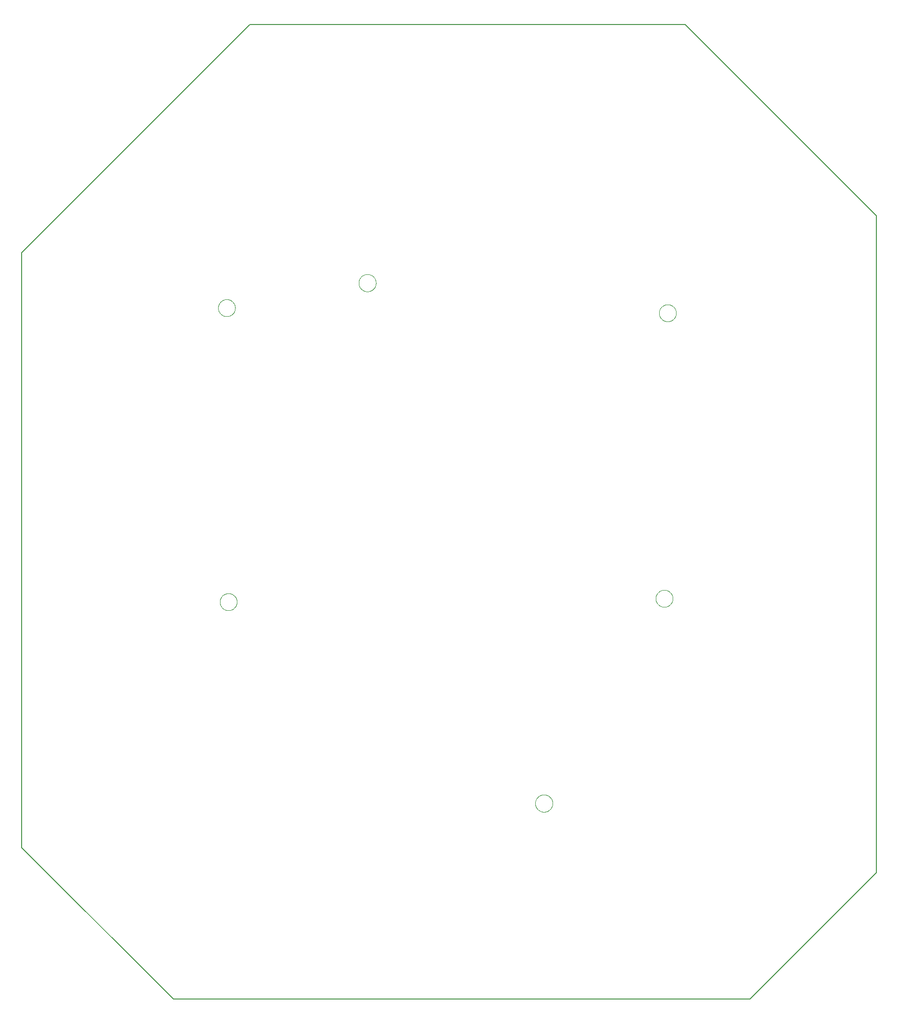
<source format=gko>
G04 EAGLE Gerber RS-274X export*
G75*
%MOMM*%
%FSLAX34Y34*%
%LPD*%
%INBoard Outline*%
%IPPOS*%
%AMOC8*
5,1,8,0,0,1.08239X$1,22.5*%
G01*
%ADD10C,0.000000*%
%ADD11C,0.152400*%


D10*
X1325000Y1487000D02*
X1325005Y1487368D01*
X1325018Y1487736D01*
X1325041Y1488103D01*
X1325072Y1488470D01*
X1325113Y1488836D01*
X1325162Y1489201D01*
X1325221Y1489564D01*
X1325288Y1489926D01*
X1325364Y1490287D01*
X1325450Y1490645D01*
X1325543Y1491001D01*
X1325646Y1491354D01*
X1325757Y1491705D01*
X1325877Y1492053D01*
X1326005Y1492398D01*
X1326142Y1492740D01*
X1326287Y1493079D01*
X1326440Y1493413D01*
X1326602Y1493744D01*
X1326771Y1494071D01*
X1326949Y1494393D01*
X1327134Y1494712D01*
X1327327Y1495025D01*
X1327528Y1495334D01*
X1327736Y1495637D01*
X1327952Y1495935D01*
X1328175Y1496228D01*
X1328405Y1496516D01*
X1328642Y1496798D01*
X1328886Y1497073D01*
X1329136Y1497343D01*
X1329393Y1497607D01*
X1329657Y1497864D01*
X1329927Y1498114D01*
X1330202Y1498358D01*
X1330484Y1498595D01*
X1330772Y1498825D01*
X1331065Y1499048D01*
X1331363Y1499264D01*
X1331666Y1499472D01*
X1331975Y1499673D01*
X1332288Y1499866D01*
X1332607Y1500051D01*
X1332929Y1500229D01*
X1333256Y1500398D01*
X1333587Y1500560D01*
X1333921Y1500713D01*
X1334260Y1500858D01*
X1334602Y1500995D01*
X1334947Y1501123D01*
X1335295Y1501243D01*
X1335646Y1501354D01*
X1335999Y1501457D01*
X1336355Y1501550D01*
X1336713Y1501636D01*
X1337074Y1501712D01*
X1337436Y1501779D01*
X1337799Y1501838D01*
X1338164Y1501887D01*
X1338530Y1501928D01*
X1338897Y1501959D01*
X1339264Y1501982D01*
X1339632Y1501995D01*
X1340000Y1502000D01*
X1340368Y1501995D01*
X1340736Y1501982D01*
X1341103Y1501959D01*
X1341470Y1501928D01*
X1341836Y1501887D01*
X1342201Y1501838D01*
X1342564Y1501779D01*
X1342926Y1501712D01*
X1343287Y1501636D01*
X1343645Y1501550D01*
X1344001Y1501457D01*
X1344354Y1501354D01*
X1344705Y1501243D01*
X1345053Y1501123D01*
X1345398Y1500995D01*
X1345740Y1500858D01*
X1346079Y1500713D01*
X1346413Y1500560D01*
X1346744Y1500398D01*
X1347071Y1500229D01*
X1347393Y1500051D01*
X1347712Y1499866D01*
X1348025Y1499673D01*
X1348334Y1499472D01*
X1348637Y1499264D01*
X1348935Y1499048D01*
X1349228Y1498825D01*
X1349516Y1498595D01*
X1349798Y1498358D01*
X1350073Y1498114D01*
X1350343Y1497864D01*
X1350607Y1497607D01*
X1350864Y1497343D01*
X1351114Y1497073D01*
X1351358Y1496798D01*
X1351595Y1496516D01*
X1351825Y1496228D01*
X1352048Y1495935D01*
X1352264Y1495637D01*
X1352472Y1495334D01*
X1352673Y1495025D01*
X1352866Y1494712D01*
X1353051Y1494393D01*
X1353229Y1494071D01*
X1353398Y1493744D01*
X1353560Y1493413D01*
X1353713Y1493079D01*
X1353858Y1492740D01*
X1353995Y1492398D01*
X1354123Y1492053D01*
X1354243Y1491705D01*
X1354354Y1491354D01*
X1354457Y1491001D01*
X1354550Y1490645D01*
X1354636Y1490287D01*
X1354712Y1489926D01*
X1354779Y1489564D01*
X1354838Y1489201D01*
X1354887Y1488836D01*
X1354928Y1488470D01*
X1354959Y1488103D01*
X1354982Y1487736D01*
X1354995Y1487368D01*
X1355000Y1487000D01*
X1354995Y1486632D01*
X1354982Y1486264D01*
X1354959Y1485897D01*
X1354928Y1485530D01*
X1354887Y1485164D01*
X1354838Y1484799D01*
X1354779Y1484436D01*
X1354712Y1484074D01*
X1354636Y1483713D01*
X1354550Y1483355D01*
X1354457Y1482999D01*
X1354354Y1482646D01*
X1354243Y1482295D01*
X1354123Y1481947D01*
X1353995Y1481602D01*
X1353858Y1481260D01*
X1353713Y1480921D01*
X1353560Y1480587D01*
X1353398Y1480256D01*
X1353229Y1479929D01*
X1353051Y1479607D01*
X1352866Y1479288D01*
X1352673Y1478975D01*
X1352472Y1478666D01*
X1352264Y1478363D01*
X1352048Y1478065D01*
X1351825Y1477772D01*
X1351595Y1477484D01*
X1351358Y1477202D01*
X1351114Y1476927D01*
X1350864Y1476657D01*
X1350607Y1476393D01*
X1350343Y1476136D01*
X1350073Y1475886D01*
X1349798Y1475642D01*
X1349516Y1475405D01*
X1349228Y1475175D01*
X1348935Y1474952D01*
X1348637Y1474736D01*
X1348334Y1474528D01*
X1348025Y1474327D01*
X1347712Y1474134D01*
X1347393Y1473949D01*
X1347071Y1473771D01*
X1346744Y1473602D01*
X1346413Y1473440D01*
X1346079Y1473287D01*
X1345740Y1473142D01*
X1345398Y1473005D01*
X1345053Y1472877D01*
X1344705Y1472757D01*
X1344354Y1472646D01*
X1344001Y1472543D01*
X1343645Y1472450D01*
X1343287Y1472364D01*
X1342926Y1472288D01*
X1342564Y1472221D01*
X1342201Y1472162D01*
X1341836Y1472113D01*
X1341470Y1472072D01*
X1341103Y1472041D01*
X1340736Y1472018D01*
X1340368Y1472005D01*
X1340000Y1472000D01*
X1339632Y1472005D01*
X1339264Y1472018D01*
X1338897Y1472041D01*
X1338530Y1472072D01*
X1338164Y1472113D01*
X1337799Y1472162D01*
X1337436Y1472221D01*
X1337074Y1472288D01*
X1336713Y1472364D01*
X1336355Y1472450D01*
X1335999Y1472543D01*
X1335646Y1472646D01*
X1335295Y1472757D01*
X1334947Y1472877D01*
X1334602Y1473005D01*
X1334260Y1473142D01*
X1333921Y1473287D01*
X1333587Y1473440D01*
X1333256Y1473602D01*
X1332929Y1473771D01*
X1332607Y1473949D01*
X1332288Y1474134D01*
X1331975Y1474327D01*
X1331666Y1474528D01*
X1331363Y1474736D01*
X1331065Y1474952D01*
X1330772Y1475175D01*
X1330484Y1475405D01*
X1330202Y1475642D01*
X1329927Y1475886D01*
X1329657Y1476136D01*
X1329393Y1476393D01*
X1329136Y1476657D01*
X1328886Y1476927D01*
X1328642Y1477202D01*
X1328405Y1477484D01*
X1328175Y1477772D01*
X1327952Y1478065D01*
X1327736Y1478363D01*
X1327528Y1478666D01*
X1327327Y1478975D01*
X1327134Y1479288D01*
X1326949Y1479607D01*
X1326771Y1479929D01*
X1326602Y1480256D01*
X1326440Y1480587D01*
X1326287Y1480921D01*
X1326142Y1481260D01*
X1326005Y1481602D01*
X1325877Y1481947D01*
X1325757Y1482295D01*
X1325646Y1482646D01*
X1325543Y1482999D01*
X1325450Y1483355D01*
X1325364Y1483713D01*
X1325288Y1484074D01*
X1325221Y1484436D01*
X1325162Y1484799D01*
X1325113Y1485164D01*
X1325072Y1485530D01*
X1325041Y1485897D01*
X1325018Y1486264D01*
X1325005Y1486632D01*
X1325000Y1487000D01*
X1328000Y969000D02*
X1328005Y969368D01*
X1328018Y969736D01*
X1328041Y970103D01*
X1328072Y970470D01*
X1328113Y970836D01*
X1328162Y971201D01*
X1328221Y971564D01*
X1328288Y971926D01*
X1328364Y972287D01*
X1328450Y972645D01*
X1328543Y973001D01*
X1328646Y973354D01*
X1328757Y973705D01*
X1328877Y974053D01*
X1329005Y974398D01*
X1329142Y974740D01*
X1329287Y975079D01*
X1329440Y975413D01*
X1329602Y975744D01*
X1329771Y976071D01*
X1329949Y976393D01*
X1330134Y976712D01*
X1330327Y977025D01*
X1330528Y977334D01*
X1330736Y977637D01*
X1330952Y977935D01*
X1331175Y978228D01*
X1331405Y978516D01*
X1331642Y978798D01*
X1331886Y979073D01*
X1332136Y979343D01*
X1332393Y979607D01*
X1332657Y979864D01*
X1332927Y980114D01*
X1333202Y980358D01*
X1333484Y980595D01*
X1333772Y980825D01*
X1334065Y981048D01*
X1334363Y981264D01*
X1334666Y981472D01*
X1334975Y981673D01*
X1335288Y981866D01*
X1335607Y982051D01*
X1335929Y982229D01*
X1336256Y982398D01*
X1336587Y982560D01*
X1336921Y982713D01*
X1337260Y982858D01*
X1337602Y982995D01*
X1337947Y983123D01*
X1338295Y983243D01*
X1338646Y983354D01*
X1338999Y983457D01*
X1339355Y983550D01*
X1339713Y983636D01*
X1340074Y983712D01*
X1340436Y983779D01*
X1340799Y983838D01*
X1341164Y983887D01*
X1341530Y983928D01*
X1341897Y983959D01*
X1342264Y983982D01*
X1342632Y983995D01*
X1343000Y984000D01*
X1343368Y983995D01*
X1343736Y983982D01*
X1344103Y983959D01*
X1344470Y983928D01*
X1344836Y983887D01*
X1345201Y983838D01*
X1345564Y983779D01*
X1345926Y983712D01*
X1346287Y983636D01*
X1346645Y983550D01*
X1347001Y983457D01*
X1347354Y983354D01*
X1347705Y983243D01*
X1348053Y983123D01*
X1348398Y982995D01*
X1348740Y982858D01*
X1349079Y982713D01*
X1349413Y982560D01*
X1349744Y982398D01*
X1350071Y982229D01*
X1350393Y982051D01*
X1350712Y981866D01*
X1351025Y981673D01*
X1351334Y981472D01*
X1351637Y981264D01*
X1351935Y981048D01*
X1352228Y980825D01*
X1352516Y980595D01*
X1352798Y980358D01*
X1353073Y980114D01*
X1353343Y979864D01*
X1353607Y979607D01*
X1353864Y979343D01*
X1354114Y979073D01*
X1354358Y978798D01*
X1354595Y978516D01*
X1354825Y978228D01*
X1355048Y977935D01*
X1355264Y977637D01*
X1355472Y977334D01*
X1355673Y977025D01*
X1355866Y976712D01*
X1356051Y976393D01*
X1356229Y976071D01*
X1356398Y975744D01*
X1356560Y975413D01*
X1356713Y975079D01*
X1356858Y974740D01*
X1356995Y974398D01*
X1357123Y974053D01*
X1357243Y973705D01*
X1357354Y973354D01*
X1357457Y973001D01*
X1357550Y972645D01*
X1357636Y972287D01*
X1357712Y971926D01*
X1357779Y971564D01*
X1357838Y971201D01*
X1357887Y970836D01*
X1357928Y970470D01*
X1357959Y970103D01*
X1357982Y969736D01*
X1357995Y969368D01*
X1358000Y969000D01*
X1357995Y968632D01*
X1357982Y968264D01*
X1357959Y967897D01*
X1357928Y967530D01*
X1357887Y967164D01*
X1357838Y966799D01*
X1357779Y966436D01*
X1357712Y966074D01*
X1357636Y965713D01*
X1357550Y965355D01*
X1357457Y964999D01*
X1357354Y964646D01*
X1357243Y964295D01*
X1357123Y963947D01*
X1356995Y963602D01*
X1356858Y963260D01*
X1356713Y962921D01*
X1356560Y962587D01*
X1356398Y962256D01*
X1356229Y961929D01*
X1356051Y961607D01*
X1355866Y961288D01*
X1355673Y960975D01*
X1355472Y960666D01*
X1355264Y960363D01*
X1355048Y960065D01*
X1354825Y959772D01*
X1354595Y959484D01*
X1354358Y959202D01*
X1354114Y958927D01*
X1353864Y958657D01*
X1353607Y958393D01*
X1353343Y958136D01*
X1353073Y957886D01*
X1352798Y957642D01*
X1352516Y957405D01*
X1352228Y957175D01*
X1351935Y956952D01*
X1351637Y956736D01*
X1351334Y956528D01*
X1351025Y956327D01*
X1350712Y956134D01*
X1350393Y955949D01*
X1350071Y955771D01*
X1349744Y955602D01*
X1349413Y955440D01*
X1349079Y955287D01*
X1348740Y955142D01*
X1348398Y955005D01*
X1348053Y954877D01*
X1347705Y954757D01*
X1347354Y954646D01*
X1347001Y954543D01*
X1346645Y954450D01*
X1346287Y954364D01*
X1345926Y954288D01*
X1345564Y954221D01*
X1345201Y954162D01*
X1344836Y954113D01*
X1344470Y954072D01*
X1344103Y954041D01*
X1343736Y954018D01*
X1343368Y954005D01*
X1343000Y954000D01*
X1342632Y954005D01*
X1342264Y954018D01*
X1341897Y954041D01*
X1341530Y954072D01*
X1341164Y954113D01*
X1340799Y954162D01*
X1340436Y954221D01*
X1340074Y954288D01*
X1339713Y954364D01*
X1339355Y954450D01*
X1338999Y954543D01*
X1338646Y954646D01*
X1338295Y954757D01*
X1337947Y954877D01*
X1337602Y955005D01*
X1337260Y955142D01*
X1336921Y955287D01*
X1336587Y955440D01*
X1336256Y955602D01*
X1335929Y955771D01*
X1335607Y955949D01*
X1335288Y956134D01*
X1334975Y956327D01*
X1334666Y956528D01*
X1334363Y956736D01*
X1334065Y956952D01*
X1333772Y957175D01*
X1333484Y957405D01*
X1333202Y957642D01*
X1332927Y957886D01*
X1332657Y958136D01*
X1332393Y958393D01*
X1332136Y958657D01*
X1331886Y958927D01*
X1331642Y959202D01*
X1331405Y959484D01*
X1331175Y959772D01*
X1330952Y960065D01*
X1330736Y960363D01*
X1330528Y960666D01*
X1330327Y960975D01*
X1330134Y961288D01*
X1329949Y961607D01*
X1329771Y961929D01*
X1329602Y962256D01*
X1329440Y962587D01*
X1329287Y962921D01*
X1329142Y963260D01*
X1329005Y963602D01*
X1328877Y963947D01*
X1328757Y964295D01*
X1328646Y964646D01*
X1328543Y964999D01*
X1328450Y965355D01*
X1328364Y965713D01*
X1328288Y966074D01*
X1328221Y966436D01*
X1328162Y966799D01*
X1328113Y967164D01*
X1328072Y967530D01*
X1328041Y967897D01*
X1328018Y968264D01*
X1328005Y968632D01*
X1328000Y969000D01*
X2096000Y975000D02*
X2096005Y975368D01*
X2096018Y975736D01*
X2096041Y976103D01*
X2096072Y976470D01*
X2096113Y976836D01*
X2096162Y977201D01*
X2096221Y977564D01*
X2096288Y977926D01*
X2096364Y978287D01*
X2096450Y978645D01*
X2096543Y979001D01*
X2096646Y979354D01*
X2096757Y979705D01*
X2096877Y980053D01*
X2097005Y980398D01*
X2097142Y980740D01*
X2097287Y981079D01*
X2097440Y981413D01*
X2097602Y981744D01*
X2097771Y982071D01*
X2097949Y982393D01*
X2098134Y982712D01*
X2098327Y983025D01*
X2098528Y983334D01*
X2098736Y983637D01*
X2098952Y983935D01*
X2099175Y984228D01*
X2099405Y984516D01*
X2099642Y984798D01*
X2099886Y985073D01*
X2100136Y985343D01*
X2100393Y985607D01*
X2100657Y985864D01*
X2100927Y986114D01*
X2101202Y986358D01*
X2101484Y986595D01*
X2101772Y986825D01*
X2102065Y987048D01*
X2102363Y987264D01*
X2102666Y987472D01*
X2102975Y987673D01*
X2103288Y987866D01*
X2103607Y988051D01*
X2103929Y988229D01*
X2104256Y988398D01*
X2104587Y988560D01*
X2104921Y988713D01*
X2105260Y988858D01*
X2105602Y988995D01*
X2105947Y989123D01*
X2106295Y989243D01*
X2106646Y989354D01*
X2106999Y989457D01*
X2107355Y989550D01*
X2107713Y989636D01*
X2108074Y989712D01*
X2108436Y989779D01*
X2108799Y989838D01*
X2109164Y989887D01*
X2109530Y989928D01*
X2109897Y989959D01*
X2110264Y989982D01*
X2110632Y989995D01*
X2111000Y990000D01*
X2111368Y989995D01*
X2111736Y989982D01*
X2112103Y989959D01*
X2112470Y989928D01*
X2112836Y989887D01*
X2113201Y989838D01*
X2113564Y989779D01*
X2113926Y989712D01*
X2114287Y989636D01*
X2114645Y989550D01*
X2115001Y989457D01*
X2115354Y989354D01*
X2115705Y989243D01*
X2116053Y989123D01*
X2116398Y988995D01*
X2116740Y988858D01*
X2117079Y988713D01*
X2117413Y988560D01*
X2117744Y988398D01*
X2118071Y988229D01*
X2118393Y988051D01*
X2118712Y987866D01*
X2119025Y987673D01*
X2119334Y987472D01*
X2119637Y987264D01*
X2119935Y987048D01*
X2120228Y986825D01*
X2120516Y986595D01*
X2120798Y986358D01*
X2121073Y986114D01*
X2121343Y985864D01*
X2121607Y985607D01*
X2121864Y985343D01*
X2122114Y985073D01*
X2122358Y984798D01*
X2122595Y984516D01*
X2122825Y984228D01*
X2123048Y983935D01*
X2123264Y983637D01*
X2123472Y983334D01*
X2123673Y983025D01*
X2123866Y982712D01*
X2124051Y982393D01*
X2124229Y982071D01*
X2124398Y981744D01*
X2124560Y981413D01*
X2124713Y981079D01*
X2124858Y980740D01*
X2124995Y980398D01*
X2125123Y980053D01*
X2125243Y979705D01*
X2125354Y979354D01*
X2125457Y979001D01*
X2125550Y978645D01*
X2125636Y978287D01*
X2125712Y977926D01*
X2125779Y977564D01*
X2125838Y977201D01*
X2125887Y976836D01*
X2125928Y976470D01*
X2125959Y976103D01*
X2125982Y975736D01*
X2125995Y975368D01*
X2126000Y975000D01*
X2125995Y974632D01*
X2125982Y974264D01*
X2125959Y973897D01*
X2125928Y973530D01*
X2125887Y973164D01*
X2125838Y972799D01*
X2125779Y972436D01*
X2125712Y972074D01*
X2125636Y971713D01*
X2125550Y971355D01*
X2125457Y970999D01*
X2125354Y970646D01*
X2125243Y970295D01*
X2125123Y969947D01*
X2124995Y969602D01*
X2124858Y969260D01*
X2124713Y968921D01*
X2124560Y968587D01*
X2124398Y968256D01*
X2124229Y967929D01*
X2124051Y967607D01*
X2123866Y967288D01*
X2123673Y966975D01*
X2123472Y966666D01*
X2123264Y966363D01*
X2123048Y966065D01*
X2122825Y965772D01*
X2122595Y965484D01*
X2122358Y965202D01*
X2122114Y964927D01*
X2121864Y964657D01*
X2121607Y964393D01*
X2121343Y964136D01*
X2121073Y963886D01*
X2120798Y963642D01*
X2120516Y963405D01*
X2120228Y963175D01*
X2119935Y962952D01*
X2119637Y962736D01*
X2119334Y962528D01*
X2119025Y962327D01*
X2118712Y962134D01*
X2118393Y961949D01*
X2118071Y961771D01*
X2117744Y961602D01*
X2117413Y961440D01*
X2117079Y961287D01*
X2116740Y961142D01*
X2116398Y961005D01*
X2116053Y960877D01*
X2115705Y960757D01*
X2115354Y960646D01*
X2115001Y960543D01*
X2114645Y960450D01*
X2114287Y960364D01*
X2113926Y960288D01*
X2113564Y960221D01*
X2113201Y960162D01*
X2112836Y960113D01*
X2112470Y960072D01*
X2112103Y960041D01*
X2111736Y960018D01*
X2111368Y960005D01*
X2111000Y960000D01*
X2110632Y960005D01*
X2110264Y960018D01*
X2109897Y960041D01*
X2109530Y960072D01*
X2109164Y960113D01*
X2108799Y960162D01*
X2108436Y960221D01*
X2108074Y960288D01*
X2107713Y960364D01*
X2107355Y960450D01*
X2106999Y960543D01*
X2106646Y960646D01*
X2106295Y960757D01*
X2105947Y960877D01*
X2105602Y961005D01*
X2105260Y961142D01*
X2104921Y961287D01*
X2104587Y961440D01*
X2104256Y961602D01*
X2103929Y961771D01*
X2103607Y961949D01*
X2103288Y962134D01*
X2102975Y962327D01*
X2102666Y962528D01*
X2102363Y962736D01*
X2102065Y962952D01*
X2101772Y963175D01*
X2101484Y963405D01*
X2101202Y963642D01*
X2100927Y963886D01*
X2100657Y964136D01*
X2100393Y964393D01*
X2100136Y964657D01*
X2099886Y964927D01*
X2099642Y965202D01*
X2099405Y965484D01*
X2099175Y965772D01*
X2098952Y966065D01*
X2098736Y966363D01*
X2098528Y966666D01*
X2098327Y966975D01*
X2098134Y967288D01*
X2097949Y967607D01*
X2097771Y967929D01*
X2097602Y968256D01*
X2097440Y968587D01*
X2097287Y968921D01*
X2097142Y969260D01*
X2097005Y969602D01*
X2096877Y969947D01*
X2096757Y970295D01*
X2096646Y970646D01*
X2096543Y970999D01*
X2096450Y971355D01*
X2096364Y971713D01*
X2096288Y972074D01*
X2096221Y972436D01*
X2096162Y972799D01*
X2096113Y973164D01*
X2096072Y973530D01*
X2096041Y973897D01*
X2096018Y974264D01*
X2096005Y974632D01*
X2096000Y975000D01*
X2102000Y1478000D02*
X2102005Y1478368D01*
X2102018Y1478736D01*
X2102041Y1479103D01*
X2102072Y1479470D01*
X2102113Y1479836D01*
X2102162Y1480201D01*
X2102221Y1480564D01*
X2102288Y1480926D01*
X2102364Y1481287D01*
X2102450Y1481645D01*
X2102543Y1482001D01*
X2102646Y1482354D01*
X2102757Y1482705D01*
X2102877Y1483053D01*
X2103005Y1483398D01*
X2103142Y1483740D01*
X2103287Y1484079D01*
X2103440Y1484413D01*
X2103602Y1484744D01*
X2103771Y1485071D01*
X2103949Y1485393D01*
X2104134Y1485712D01*
X2104327Y1486025D01*
X2104528Y1486334D01*
X2104736Y1486637D01*
X2104952Y1486935D01*
X2105175Y1487228D01*
X2105405Y1487516D01*
X2105642Y1487798D01*
X2105886Y1488073D01*
X2106136Y1488343D01*
X2106393Y1488607D01*
X2106657Y1488864D01*
X2106927Y1489114D01*
X2107202Y1489358D01*
X2107484Y1489595D01*
X2107772Y1489825D01*
X2108065Y1490048D01*
X2108363Y1490264D01*
X2108666Y1490472D01*
X2108975Y1490673D01*
X2109288Y1490866D01*
X2109607Y1491051D01*
X2109929Y1491229D01*
X2110256Y1491398D01*
X2110587Y1491560D01*
X2110921Y1491713D01*
X2111260Y1491858D01*
X2111602Y1491995D01*
X2111947Y1492123D01*
X2112295Y1492243D01*
X2112646Y1492354D01*
X2112999Y1492457D01*
X2113355Y1492550D01*
X2113713Y1492636D01*
X2114074Y1492712D01*
X2114436Y1492779D01*
X2114799Y1492838D01*
X2115164Y1492887D01*
X2115530Y1492928D01*
X2115897Y1492959D01*
X2116264Y1492982D01*
X2116632Y1492995D01*
X2117000Y1493000D01*
X2117368Y1492995D01*
X2117736Y1492982D01*
X2118103Y1492959D01*
X2118470Y1492928D01*
X2118836Y1492887D01*
X2119201Y1492838D01*
X2119564Y1492779D01*
X2119926Y1492712D01*
X2120287Y1492636D01*
X2120645Y1492550D01*
X2121001Y1492457D01*
X2121354Y1492354D01*
X2121705Y1492243D01*
X2122053Y1492123D01*
X2122398Y1491995D01*
X2122740Y1491858D01*
X2123079Y1491713D01*
X2123413Y1491560D01*
X2123744Y1491398D01*
X2124071Y1491229D01*
X2124393Y1491051D01*
X2124712Y1490866D01*
X2125025Y1490673D01*
X2125334Y1490472D01*
X2125637Y1490264D01*
X2125935Y1490048D01*
X2126228Y1489825D01*
X2126516Y1489595D01*
X2126798Y1489358D01*
X2127073Y1489114D01*
X2127343Y1488864D01*
X2127607Y1488607D01*
X2127864Y1488343D01*
X2128114Y1488073D01*
X2128358Y1487798D01*
X2128595Y1487516D01*
X2128825Y1487228D01*
X2129048Y1486935D01*
X2129264Y1486637D01*
X2129472Y1486334D01*
X2129673Y1486025D01*
X2129866Y1485712D01*
X2130051Y1485393D01*
X2130229Y1485071D01*
X2130398Y1484744D01*
X2130560Y1484413D01*
X2130713Y1484079D01*
X2130858Y1483740D01*
X2130995Y1483398D01*
X2131123Y1483053D01*
X2131243Y1482705D01*
X2131354Y1482354D01*
X2131457Y1482001D01*
X2131550Y1481645D01*
X2131636Y1481287D01*
X2131712Y1480926D01*
X2131779Y1480564D01*
X2131838Y1480201D01*
X2131887Y1479836D01*
X2131928Y1479470D01*
X2131959Y1479103D01*
X2131982Y1478736D01*
X2131995Y1478368D01*
X2132000Y1478000D01*
X2131995Y1477632D01*
X2131982Y1477264D01*
X2131959Y1476897D01*
X2131928Y1476530D01*
X2131887Y1476164D01*
X2131838Y1475799D01*
X2131779Y1475436D01*
X2131712Y1475074D01*
X2131636Y1474713D01*
X2131550Y1474355D01*
X2131457Y1473999D01*
X2131354Y1473646D01*
X2131243Y1473295D01*
X2131123Y1472947D01*
X2130995Y1472602D01*
X2130858Y1472260D01*
X2130713Y1471921D01*
X2130560Y1471587D01*
X2130398Y1471256D01*
X2130229Y1470929D01*
X2130051Y1470607D01*
X2129866Y1470288D01*
X2129673Y1469975D01*
X2129472Y1469666D01*
X2129264Y1469363D01*
X2129048Y1469065D01*
X2128825Y1468772D01*
X2128595Y1468484D01*
X2128358Y1468202D01*
X2128114Y1467927D01*
X2127864Y1467657D01*
X2127607Y1467393D01*
X2127343Y1467136D01*
X2127073Y1466886D01*
X2126798Y1466642D01*
X2126516Y1466405D01*
X2126228Y1466175D01*
X2125935Y1465952D01*
X2125637Y1465736D01*
X2125334Y1465528D01*
X2125025Y1465327D01*
X2124712Y1465134D01*
X2124393Y1464949D01*
X2124071Y1464771D01*
X2123744Y1464602D01*
X2123413Y1464440D01*
X2123079Y1464287D01*
X2122740Y1464142D01*
X2122398Y1464005D01*
X2122053Y1463877D01*
X2121705Y1463757D01*
X2121354Y1463646D01*
X2121001Y1463543D01*
X2120645Y1463450D01*
X2120287Y1463364D01*
X2119926Y1463288D01*
X2119564Y1463221D01*
X2119201Y1463162D01*
X2118836Y1463113D01*
X2118470Y1463072D01*
X2118103Y1463041D01*
X2117736Y1463018D01*
X2117368Y1463005D01*
X2117000Y1463000D01*
X2116632Y1463005D01*
X2116264Y1463018D01*
X2115897Y1463041D01*
X2115530Y1463072D01*
X2115164Y1463113D01*
X2114799Y1463162D01*
X2114436Y1463221D01*
X2114074Y1463288D01*
X2113713Y1463364D01*
X2113355Y1463450D01*
X2112999Y1463543D01*
X2112646Y1463646D01*
X2112295Y1463757D01*
X2111947Y1463877D01*
X2111602Y1464005D01*
X2111260Y1464142D01*
X2110921Y1464287D01*
X2110587Y1464440D01*
X2110256Y1464602D01*
X2109929Y1464771D01*
X2109607Y1464949D01*
X2109288Y1465134D01*
X2108975Y1465327D01*
X2108666Y1465528D01*
X2108363Y1465736D01*
X2108065Y1465952D01*
X2107772Y1466175D01*
X2107484Y1466405D01*
X2107202Y1466642D01*
X2106927Y1466886D01*
X2106657Y1467136D01*
X2106393Y1467393D01*
X2106136Y1467657D01*
X2105886Y1467927D01*
X2105642Y1468202D01*
X2105405Y1468484D01*
X2105175Y1468772D01*
X2104952Y1469065D01*
X2104736Y1469363D01*
X2104528Y1469666D01*
X2104327Y1469975D01*
X2104134Y1470288D01*
X2103949Y1470607D01*
X2103771Y1470929D01*
X2103602Y1471256D01*
X2103440Y1471587D01*
X2103287Y1471921D01*
X2103142Y1472260D01*
X2103005Y1472602D01*
X2102877Y1472947D01*
X2102757Y1473295D01*
X2102646Y1473646D01*
X2102543Y1473999D01*
X2102450Y1474355D01*
X2102364Y1474713D01*
X2102288Y1475074D01*
X2102221Y1475436D01*
X2102162Y1475799D01*
X2102113Y1476164D01*
X2102072Y1476530D01*
X2102041Y1476897D01*
X2102018Y1477264D01*
X2102005Y1477632D01*
X2102000Y1478000D01*
D11*
X979000Y1584000D02*
X979000Y537000D01*
X979000Y1584000D02*
X1381000Y1986000D01*
X2148000Y1986000D01*
X2485000Y1649000D01*
X2485000Y492000D01*
X2262000Y269000D01*
X1246000Y269000D01*
X979000Y536000D01*
D10*
X1572620Y1531040D02*
X1572625Y1531414D01*
X1572638Y1531788D01*
X1572661Y1532161D01*
X1572693Y1532534D01*
X1572735Y1532906D01*
X1572785Y1533276D01*
X1572844Y1533645D01*
X1572913Y1534013D01*
X1572990Y1534379D01*
X1573077Y1534743D01*
X1573172Y1535105D01*
X1573276Y1535464D01*
X1573389Y1535821D01*
X1573511Y1536174D01*
X1573641Y1536525D01*
X1573780Y1536872D01*
X1573927Y1537216D01*
X1574083Y1537556D01*
X1574247Y1537892D01*
X1574420Y1538224D01*
X1574600Y1538552D01*
X1574788Y1538875D01*
X1574984Y1539193D01*
X1575188Y1539507D01*
X1575400Y1539815D01*
X1575619Y1540118D01*
X1575846Y1540416D01*
X1576079Y1540708D01*
X1576320Y1540994D01*
X1576568Y1541275D01*
X1576822Y1541549D01*
X1577084Y1541816D01*
X1577351Y1542078D01*
X1577625Y1542332D01*
X1577906Y1542580D01*
X1578192Y1542821D01*
X1578484Y1543054D01*
X1578782Y1543281D01*
X1579085Y1543500D01*
X1579393Y1543712D01*
X1579707Y1543916D01*
X1580025Y1544112D01*
X1580348Y1544300D01*
X1580676Y1544480D01*
X1581008Y1544653D01*
X1581344Y1544817D01*
X1581684Y1544973D01*
X1582028Y1545120D01*
X1582375Y1545259D01*
X1582726Y1545389D01*
X1583079Y1545511D01*
X1583436Y1545624D01*
X1583795Y1545728D01*
X1584157Y1545823D01*
X1584521Y1545910D01*
X1584887Y1545987D01*
X1585255Y1546056D01*
X1585624Y1546115D01*
X1585994Y1546165D01*
X1586366Y1546207D01*
X1586739Y1546239D01*
X1587112Y1546262D01*
X1587486Y1546275D01*
X1587860Y1546280D01*
X1588234Y1546275D01*
X1588608Y1546262D01*
X1588981Y1546239D01*
X1589354Y1546207D01*
X1589726Y1546165D01*
X1590096Y1546115D01*
X1590465Y1546056D01*
X1590833Y1545987D01*
X1591199Y1545910D01*
X1591563Y1545823D01*
X1591925Y1545728D01*
X1592284Y1545624D01*
X1592641Y1545511D01*
X1592994Y1545389D01*
X1593345Y1545259D01*
X1593692Y1545120D01*
X1594036Y1544973D01*
X1594376Y1544817D01*
X1594712Y1544653D01*
X1595044Y1544480D01*
X1595372Y1544300D01*
X1595695Y1544112D01*
X1596013Y1543916D01*
X1596327Y1543712D01*
X1596635Y1543500D01*
X1596938Y1543281D01*
X1597236Y1543054D01*
X1597528Y1542821D01*
X1597814Y1542580D01*
X1598095Y1542332D01*
X1598369Y1542078D01*
X1598636Y1541816D01*
X1598898Y1541549D01*
X1599152Y1541275D01*
X1599400Y1540994D01*
X1599641Y1540708D01*
X1599874Y1540416D01*
X1600101Y1540118D01*
X1600320Y1539815D01*
X1600532Y1539507D01*
X1600736Y1539193D01*
X1600932Y1538875D01*
X1601120Y1538552D01*
X1601300Y1538224D01*
X1601473Y1537892D01*
X1601637Y1537556D01*
X1601793Y1537216D01*
X1601940Y1536872D01*
X1602079Y1536525D01*
X1602209Y1536174D01*
X1602331Y1535821D01*
X1602444Y1535464D01*
X1602548Y1535105D01*
X1602643Y1534743D01*
X1602730Y1534379D01*
X1602807Y1534013D01*
X1602876Y1533645D01*
X1602935Y1533276D01*
X1602985Y1532906D01*
X1603027Y1532534D01*
X1603059Y1532161D01*
X1603082Y1531788D01*
X1603095Y1531414D01*
X1603100Y1531040D01*
X1603095Y1530666D01*
X1603082Y1530292D01*
X1603059Y1529919D01*
X1603027Y1529546D01*
X1602985Y1529174D01*
X1602935Y1528804D01*
X1602876Y1528435D01*
X1602807Y1528067D01*
X1602730Y1527701D01*
X1602643Y1527337D01*
X1602548Y1526975D01*
X1602444Y1526616D01*
X1602331Y1526259D01*
X1602209Y1525906D01*
X1602079Y1525555D01*
X1601940Y1525208D01*
X1601793Y1524864D01*
X1601637Y1524524D01*
X1601473Y1524188D01*
X1601300Y1523856D01*
X1601120Y1523528D01*
X1600932Y1523205D01*
X1600736Y1522887D01*
X1600532Y1522573D01*
X1600320Y1522265D01*
X1600101Y1521962D01*
X1599874Y1521664D01*
X1599641Y1521372D01*
X1599400Y1521086D01*
X1599152Y1520805D01*
X1598898Y1520531D01*
X1598636Y1520264D01*
X1598369Y1520002D01*
X1598095Y1519748D01*
X1597814Y1519500D01*
X1597528Y1519259D01*
X1597236Y1519026D01*
X1596938Y1518799D01*
X1596635Y1518580D01*
X1596327Y1518368D01*
X1596013Y1518164D01*
X1595695Y1517968D01*
X1595372Y1517780D01*
X1595044Y1517600D01*
X1594712Y1517427D01*
X1594376Y1517263D01*
X1594036Y1517107D01*
X1593692Y1516960D01*
X1593345Y1516821D01*
X1592994Y1516691D01*
X1592641Y1516569D01*
X1592284Y1516456D01*
X1591925Y1516352D01*
X1591563Y1516257D01*
X1591199Y1516170D01*
X1590833Y1516093D01*
X1590465Y1516024D01*
X1590096Y1515965D01*
X1589726Y1515915D01*
X1589354Y1515873D01*
X1588981Y1515841D01*
X1588608Y1515818D01*
X1588234Y1515805D01*
X1587860Y1515800D01*
X1587486Y1515805D01*
X1587112Y1515818D01*
X1586739Y1515841D01*
X1586366Y1515873D01*
X1585994Y1515915D01*
X1585624Y1515965D01*
X1585255Y1516024D01*
X1584887Y1516093D01*
X1584521Y1516170D01*
X1584157Y1516257D01*
X1583795Y1516352D01*
X1583436Y1516456D01*
X1583079Y1516569D01*
X1582726Y1516691D01*
X1582375Y1516821D01*
X1582028Y1516960D01*
X1581684Y1517107D01*
X1581344Y1517263D01*
X1581008Y1517427D01*
X1580676Y1517600D01*
X1580348Y1517780D01*
X1580025Y1517968D01*
X1579707Y1518164D01*
X1579393Y1518368D01*
X1579085Y1518580D01*
X1578782Y1518799D01*
X1578484Y1519026D01*
X1578192Y1519259D01*
X1577906Y1519500D01*
X1577625Y1519748D01*
X1577351Y1520002D01*
X1577084Y1520264D01*
X1576822Y1520531D01*
X1576568Y1520805D01*
X1576320Y1521086D01*
X1576079Y1521372D01*
X1575846Y1521664D01*
X1575619Y1521962D01*
X1575400Y1522265D01*
X1575188Y1522573D01*
X1574984Y1522887D01*
X1574788Y1523205D01*
X1574600Y1523528D01*
X1574420Y1523856D01*
X1574247Y1524188D01*
X1574083Y1524524D01*
X1573927Y1524864D01*
X1573780Y1525208D01*
X1573641Y1525555D01*
X1573511Y1525906D01*
X1573389Y1526259D01*
X1573276Y1526616D01*
X1573172Y1526975D01*
X1573077Y1527337D01*
X1572990Y1527701D01*
X1572913Y1528067D01*
X1572844Y1528435D01*
X1572785Y1528804D01*
X1572735Y1529174D01*
X1572693Y1529546D01*
X1572661Y1529919D01*
X1572638Y1530292D01*
X1572625Y1530666D01*
X1572620Y1531040D01*
X1883770Y614100D02*
X1883775Y614474D01*
X1883788Y614848D01*
X1883811Y615221D01*
X1883843Y615594D01*
X1883885Y615966D01*
X1883935Y616336D01*
X1883994Y616705D01*
X1884063Y617073D01*
X1884140Y617439D01*
X1884227Y617803D01*
X1884322Y618165D01*
X1884426Y618524D01*
X1884539Y618881D01*
X1884661Y619234D01*
X1884791Y619585D01*
X1884930Y619932D01*
X1885077Y620276D01*
X1885233Y620616D01*
X1885397Y620952D01*
X1885570Y621284D01*
X1885750Y621612D01*
X1885938Y621935D01*
X1886134Y622253D01*
X1886338Y622567D01*
X1886550Y622875D01*
X1886769Y623178D01*
X1886996Y623476D01*
X1887229Y623768D01*
X1887470Y624054D01*
X1887718Y624335D01*
X1887972Y624609D01*
X1888234Y624876D01*
X1888501Y625138D01*
X1888775Y625392D01*
X1889056Y625640D01*
X1889342Y625881D01*
X1889634Y626114D01*
X1889932Y626341D01*
X1890235Y626560D01*
X1890543Y626772D01*
X1890857Y626976D01*
X1891175Y627172D01*
X1891498Y627360D01*
X1891826Y627540D01*
X1892158Y627713D01*
X1892494Y627877D01*
X1892834Y628033D01*
X1893178Y628180D01*
X1893525Y628319D01*
X1893876Y628449D01*
X1894229Y628571D01*
X1894586Y628684D01*
X1894945Y628788D01*
X1895307Y628883D01*
X1895671Y628970D01*
X1896037Y629047D01*
X1896405Y629116D01*
X1896774Y629175D01*
X1897144Y629225D01*
X1897516Y629267D01*
X1897889Y629299D01*
X1898262Y629322D01*
X1898636Y629335D01*
X1899010Y629340D01*
X1899384Y629335D01*
X1899758Y629322D01*
X1900131Y629299D01*
X1900504Y629267D01*
X1900876Y629225D01*
X1901246Y629175D01*
X1901615Y629116D01*
X1901983Y629047D01*
X1902349Y628970D01*
X1902713Y628883D01*
X1903075Y628788D01*
X1903434Y628684D01*
X1903791Y628571D01*
X1904144Y628449D01*
X1904495Y628319D01*
X1904842Y628180D01*
X1905186Y628033D01*
X1905526Y627877D01*
X1905862Y627713D01*
X1906194Y627540D01*
X1906522Y627360D01*
X1906845Y627172D01*
X1907163Y626976D01*
X1907477Y626772D01*
X1907785Y626560D01*
X1908088Y626341D01*
X1908386Y626114D01*
X1908678Y625881D01*
X1908964Y625640D01*
X1909245Y625392D01*
X1909519Y625138D01*
X1909786Y624876D01*
X1910048Y624609D01*
X1910302Y624335D01*
X1910550Y624054D01*
X1910791Y623768D01*
X1911024Y623476D01*
X1911251Y623178D01*
X1911470Y622875D01*
X1911682Y622567D01*
X1911886Y622253D01*
X1912082Y621935D01*
X1912270Y621612D01*
X1912450Y621284D01*
X1912623Y620952D01*
X1912787Y620616D01*
X1912943Y620276D01*
X1913090Y619932D01*
X1913229Y619585D01*
X1913359Y619234D01*
X1913481Y618881D01*
X1913594Y618524D01*
X1913698Y618165D01*
X1913793Y617803D01*
X1913880Y617439D01*
X1913957Y617073D01*
X1914026Y616705D01*
X1914085Y616336D01*
X1914135Y615966D01*
X1914177Y615594D01*
X1914209Y615221D01*
X1914232Y614848D01*
X1914245Y614474D01*
X1914250Y614100D01*
X1914245Y613726D01*
X1914232Y613352D01*
X1914209Y612979D01*
X1914177Y612606D01*
X1914135Y612234D01*
X1914085Y611864D01*
X1914026Y611495D01*
X1913957Y611127D01*
X1913880Y610761D01*
X1913793Y610397D01*
X1913698Y610035D01*
X1913594Y609676D01*
X1913481Y609319D01*
X1913359Y608966D01*
X1913229Y608615D01*
X1913090Y608268D01*
X1912943Y607924D01*
X1912787Y607584D01*
X1912623Y607248D01*
X1912450Y606916D01*
X1912270Y606588D01*
X1912082Y606265D01*
X1911886Y605947D01*
X1911682Y605633D01*
X1911470Y605325D01*
X1911251Y605022D01*
X1911024Y604724D01*
X1910791Y604432D01*
X1910550Y604146D01*
X1910302Y603865D01*
X1910048Y603591D01*
X1909786Y603324D01*
X1909519Y603062D01*
X1909245Y602808D01*
X1908964Y602560D01*
X1908678Y602319D01*
X1908386Y602086D01*
X1908088Y601859D01*
X1907785Y601640D01*
X1907477Y601428D01*
X1907163Y601224D01*
X1906845Y601028D01*
X1906522Y600840D01*
X1906194Y600660D01*
X1905862Y600487D01*
X1905526Y600323D01*
X1905186Y600167D01*
X1904842Y600020D01*
X1904495Y599881D01*
X1904144Y599751D01*
X1903791Y599629D01*
X1903434Y599516D01*
X1903075Y599412D01*
X1902713Y599317D01*
X1902349Y599230D01*
X1901983Y599153D01*
X1901615Y599084D01*
X1901246Y599025D01*
X1900876Y598975D01*
X1900504Y598933D01*
X1900131Y598901D01*
X1899758Y598878D01*
X1899384Y598865D01*
X1899010Y598860D01*
X1898636Y598865D01*
X1898262Y598878D01*
X1897889Y598901D01*
X1897516Y598933D01*
X1897144Y598975D01*
X1896774Y599025D01*
X1896405Y599084D01*
X1896037Y599153D01*
X1895671Y599230D01*
X1895307Y599317D01*
X1894945Y599412D01*
X1894586Y599516D01*
X1894229Y599629D01*
X1893876Y599751D01*
X1893525Y599881D01*
X1893178Y600020D01*
X1892834Y600167D01*
X1892494Y600323D01*
X1892158Y600487D01*
X1891826Y600660D01*
X1891498Y600840D01*
X1891175Y601028D01*
X1890857Y601224D01*
X1890543Y601428D01*
X1890235Y601640D01*
X1889932Y601859D01*
X1889634Y602086D01*
X1889342Y602319D01*
X1889056Y602560D01*
X1888775Y602808D01*
X1888501Y603062D01*
X1888234Y603324D01*
X1887972Y603591D01*
X1887718Y603865D01*
X1887470Y604146D01*
X1887229Y604432D01*
X1886996Y604724D01*
X1886769Y605022D01*
X1886550Y605325D01*
X1886338Y605633D01*
X1886134Y605947D01*
X1885938Y606265D01*
X1885750Y606588D01*
X1885570Y606916D01*
X1885397Y607248D01*
X1885233Y607584D01*
X1885077Y607924D01*
X1884930Y608268D01*
X1884791Y608615D01*
X1884661Y608966D01*
X1884539Y609319D01*
X1884426Y609676D01*
X1884322Y610035D01*
X1884227Y610397D01*
X1884140Y610761D01*
X1884063Y611127D01*
X1883994Y611495D01*
X1883935Y611864D01*
X1883885Y612234D01*
X1883843Y612606D01*
X1883811Y612979D01*
X1883788Y613352D01*
X1883775Y613726D01*
X1883770Y614100D01*
M02*

</source>
